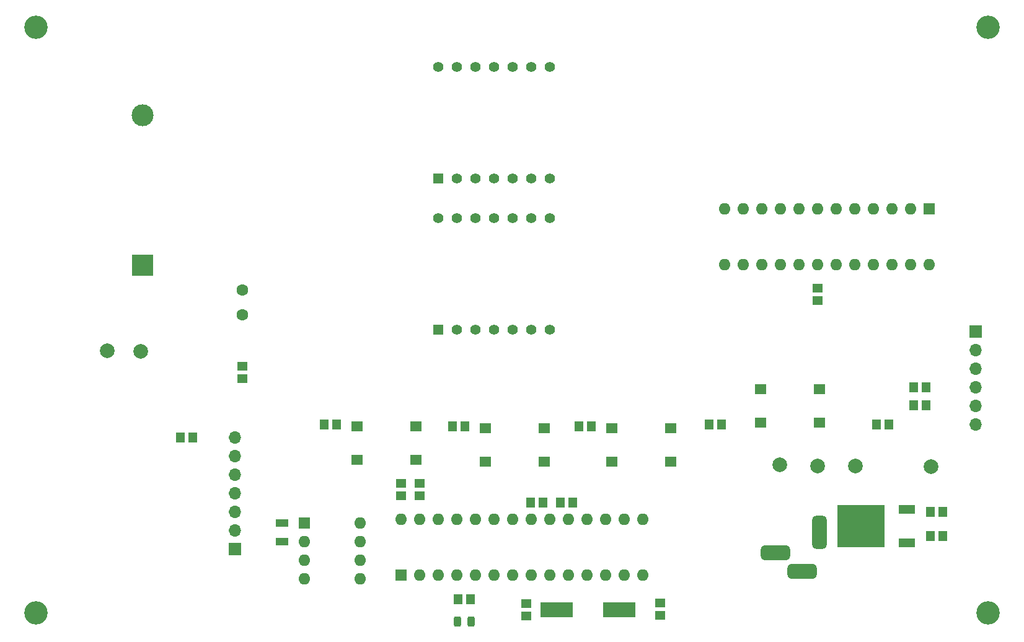
<source format=gbr>
%TF.GenerationSoftware,KiCad,Pcbnew,(6.0.5)*%
%TF.CreationDate,2022-07-21T16:44:05-07:00*%
%TF.ProjectId,rectangle-clock,72656374-616e-4676-9c65-2d636c6f636b,rev?*%
%TF.SameCoordinates,PX4c4b400PY8a48640*%
%TF.FileFunction,Soldermask,Top*%
%TF.FilePolarity,Negative*%
%FSLAX46Y46*%
G04 Gerber Fmt 4.6, Leading zero omitted, Abs format (unit mm)*
G04 Created by KiCad (PCBNEW (6.0.5)) date 2022-07-21 16:44:05*
%MOMM*%
%LPD*%
G01*
G04 APERTURE LIST*
G04 Aperture macros list*
%AMRoundRect*
0 Rectangle with rounded corners*
0 $1 Rounding radius*
0 $2 $3 $4 $5 $6 $7 $8 $9 X,Y pos of 4 corners*
0 Add a 4 corners polygon primitive as box body*
4,1,4,$2,$3,$4,$5,$6,$7,$8,$9,$2,$3,0*
0 Add four circle primitives for the rounded corners*
1,1,$1+$1,$2,$3*
1,1,$1+$1,$4,$5*
1,1,$1+$1,$6,$7*
1,1,$1+$1,$8,$9*
0 Add four rect primitives between the rounded corners*
20,1,$1+$1,$2,$3,$4,$5,0*
20,1,$1+$1,$4,$5,$6,$7,0*
20,1,$1+$1,$6,$7,$8,$9,0*
20,1,$1+$1,$8,$9,$2,$3,0*%
G04 Aperture macros list end*
%ADD10C,3.200000*%
%ADD11R,1.400000X1.400000*%
%ADD12C,1.400000*%
%ADD13R,1.600000X1.400000*%
%ADD14R,1.400000X1.150000*%
%ADD15C,2.000000*%
%ADD16R,1.150000X1.400000*%
%ADD17R,1.700000X1.700000*%
%ADD18O,1.700000X1.700000*%
%ADD19R,1.800000X1.000000*%
%ADD20RoundRect,0.500000X0.500000X-1.750000X0.500000X1.750000X-0.500000X1.750000X-0.500000X-1.750000X0*%
%ADD21RoundRect,0.500000X1.500000X0.500000X-1.500000X0.500000X-1.500000X-0.500000X1.500000X-0.500000X0*%
%ADD22R,3.000000X3.000000*%
%ADD23C,3.000000*%
%ADD24R,1.600000X1.600000*%
%ADD25O,1.600000X1.600000*%
%ADD26C,1.600000*%
%ADD27R,4.500000X2.000000*%
%ADD28R,2.200000X1.200000*%
%ADD29R,6.400000X5.800000*%
%ADD30RoundRect,0.243750X-0.243750X-0.456250X0.243750X-0.456250X0.243750X0.456250X-0.243750X0.456250X0*%
G04 APERTURE END LIST*
D10*
%TO.C,H4*%
X135000000Y5000000D03*
%TD*%
D11*
%TO.C,DS1*%
X59954000Y43654000D03*
D12*
X62494000Y43654000D03*
X65034000Y43654000D03*
X67574000Y43654000D03*
X70114000Y43654000D03*
X72654000Y43654000D03*
X75194000Y43654000D03*
X75194000Y58894000D03*
X72654000Y58894000D03*
X70114000Y58894000D03*
X67574000Y58894000D03*
X65034000Y58894000D03*
X62494000Y58894000D03*
X59954000Y58894000D03*
%TD*%
D13*
%TO.C,SW3*%
X66368000Y30156000D03*
X74368000Y30156000D03*
X66368000Y25656000D03*
X74368000Y25656000D03*
%TD*%
D14*
%TO.C,C4*%
X90240000Y4610000D03*
X90240000Y6310000D03*
%TD*%
D15*
%TO.C,TP6*%
X116930000Y25010000D03*
%TD*%
D16*
%TO.C,C2*%
X76630000Y20032000D03*
X78330000Y20032000D03*
%TD*%
D17*
%TO.C,J1*%
X32160000Y13665000D03*
D18*
X32160000Y16205000D03*
X32160000Y18745000D03*
X32160000Y21285000D03*
X32160000Y23825000D03*
X32160000Y26365000D03*
X32160000Y28905000D03*
%TD*%
D19*
%TO.C,Y1*%
X38618000Y17218000D03*
X38618000Y14718000D03*
%TD*%
D16*
%TO.C,C7*%
X127176000Y18762000D03*
X128876000Y18762000D03*
%TD*%
D20*
%TO.C,J2*%
X111968000Y15968000D03*
D21*
X109668000Y10668000D03*
X105968000Y13168000D03*
%TD*%
D22*
%TO.C,BT1*%
X19567984Y52473686D03*
D23*
X19567984Y72963686D03*
%TD*%
D11*
%TO.C,DS2*%
X59954000Y64349000D03*
D12*
X62494000Y64349000D03*
X65034000Y64349000D03*
X67574000Y64349000D03*
X70114000Y64349000D03*
X72654000Y64349000D03*
X75194000Y64349000D03*
X75194000Y79589000D03*
X72654000Y79589000D03*
X70114000Y79589000D03*
X67574000Y79589000D03*
X65034000Y79589000D03*
X62494000Y79589000D03*
X59954000Y79589000D03*
%TD*%
D24*
%TO.C,U4*%
X127015000Y60154000D03*
D25*
X124475000Y60154000D03*
X121935000Y60154000D03*
X119395000Y60154000D03*
X116855000Y60154000D03*
X114315000Y60154000D03*
X111775000Y60154000D03*
X109235000Y60154000D03*
X106695000Y60154000D03*
X104155000Y60154000D03*
X101615000Y60154000D03*
X99075000Y60154000D03*
X99075000Y52534000D03*
X101615000Y52534000D03*
X104155000Y52534000D03*
X106695000Y52534000D03*
X109235000Y52534000D03*
X111775000Y52534000D03*
X114315000Y52534000D03*
X116855000Y52534000D03*
X119395000Y52534000D03*
X121935000Y52534000D03*
X124475000Y52534000D03*
X127015000Y52534000D03*
%TD*%
D14*
%TO.C,R2*%
X111770000Y49330000D03*
X111770000Y47630000D03*
%TD*%
D16*
%TO.C,R4*%
X96950000Y30700000D03*
X98650000Y30700000D03*
%TD*%
D26*
%TO.C,R6*%
X33210000Y49105000D03*
X33210000Y45705000D03*
%TD*%
D15*
%TO.C,TP3*%
X19330000Y40690000D03*
%TD*%
D16*
%TO.C,C5*%
X127176000Y15460000D03*
X128876000Y15460000D03*
%TD*%
D10*
%TO.C,H2*%
X135000000Y85000000D03*
%TD*%
D16*
%TO.C,R5*%
X24720000Y28910000D03*
X26420000Y28910000D03*
%TD*%
%TO.C,R9*%
X61898000Y30446000D03*
X63598000Y30446000D03*
%TD*%
%TO.C,R13*%
X62660000Y6824000D03*
X64360000Y6824000D03*
%TD*%
D24*
%TO.C,U1*%
X41676000Y17228000D03*
D25*
X41676000Y14688000D03*
X41676000Y12148000D03*
X41676000Y9608000D03*
X49296000Y9608000D03*
X49296000Y12148000D03*
X49296000Y14688000D03*
X49296000Y17228000D03*
%TD*%
D10*
%TO.C,H3*%
X5000000Y5000000D03*
%TD*%
D15*
%TO.C,TP4*%
X106550000Y25200000D03*
%TD*%
D16*
%TO.C,R8*%
X44372000Y30700000D03*
X46072000Y30700000D03*
%TD*%
D10*
%TO.C,H1*%
X5000000Y85000000D03*
%TD*%
D27*
%TO.C,Y2*%
X84610000Y5370000D03*
X76110000Y5370000D03*
%TD*%
D16*
%TO.C,R11*%
X124890000Y35780000D03*
X126590000Y35780000D03*
%TD*%
D28*
%TO.C,U2*%
X123968000Y14566000D03*
D29*
X117668000Y16846000D03*
D28*
X123968000Y19126000D03*
%TD*%
D14*
%TO.C,R3*%
X57414000Y22660000D03*
X57414000Y20960000D03*
%TD*%
%TO.C,R1*%
X54874000Y22660000D03*
X54874000Y20960000D03*
%TD*%
D16*
%TO.C,R12*%
X79170000Y30446000D03*
X80870000Y30446000D03*
%TD*%
%TO.C,C6*%
X119810000Y30700000D03*
X121510000Y30700000D03*
%TD*%
D24*
%TO.C,U3*%
X54884000Y10136000D03*
D25*
X57424000Y10136000D03*
X59964000Y10136000D03*
X62504000Y10136000D03*
X65044000Y10136000D03*
X67584000Y10136000D03*
X70124000Y10136000D03*
X72664000Y10136000D03*
X75204000Y10136000D03*
X77744000Y10136000D03*
X80284000Y10136000D03*
X82824000Y10136000D03*
X85364000Y10136000D03*
X87904000Y10136000D03*
X87904000Y17756000D03*
X85364000Y17756000D03*
X82824000Y17756000D03*
X80284000Y17756000D03*
X77744000Y17756000D03*
X75204000Y17756000D03*
X72664000Y17756000D03*
X70124000Y17756000D03*
X67584000Y17756000D03*
X65044000Y17756000D03*
X62504000Y17756000D03*
X59964000Y17756000D03*
X57424000Y17756000D03*
X54884000Y17756000D03*
%TD*%
D13*
%TO.C,SW4*%
X83640000Y30156000D03*
X91640000Y30156000D03*
X83640000Y25656000D03*
X91640000Y25656000D03*
%TD*%
D14*
%TO.C,R7*%
X33210000Y38630000D03*
X33210000Y36930000D03*
%TD*%
D16*
%TO.C,R10*%
X124880000Y33320000D03*
X126580000Y33320000D03*
%TD*%
D13*
%TO.C,SW2*%
X48842000Y30410000D03*
X56842000Y30410000D03*
X48842000Y25910000D03*
X56842000Y25910000D03*
%TD*%
D30*
%TO.C,D1*%
X62572500Y3776000D03*
X64447500Y3776000D03*
%TD*%
D17*
%TO.C,J3*%
X133360000Y43400000D03*
D18*
X133360000Y40860000D03*
X133360000Y38320000D03*
X133360000Y35780000D03*
X133360000Y33240000D03*
X133360000Y30700000D03*
%TD*%
D14*
%TO.C,C3*%
X71950000Y4510000D03*
X71950000Y6210000D03*
%TD*%
D15*
%TO.C,TP5*%
X111730000Y25010000D03*
%TD*%
%TO.C,TP1*%
X127210000Y24920000D03*
%TD*%
%TO.C,TP2*%
X14680000Y40760000D03*
%TD*%
D16*
%TO.C,C1*%
X72566000Y20032000D03*
X74266000Y20032000D03*
%TD*%
D13*
%TO.C,SW1*%
X103960000Y35490000D03*
X111960000Y35490000D03*
X103960000Y30990000D03*
X111960000Y30990000D03*
%TD*%
M02*

</source>
